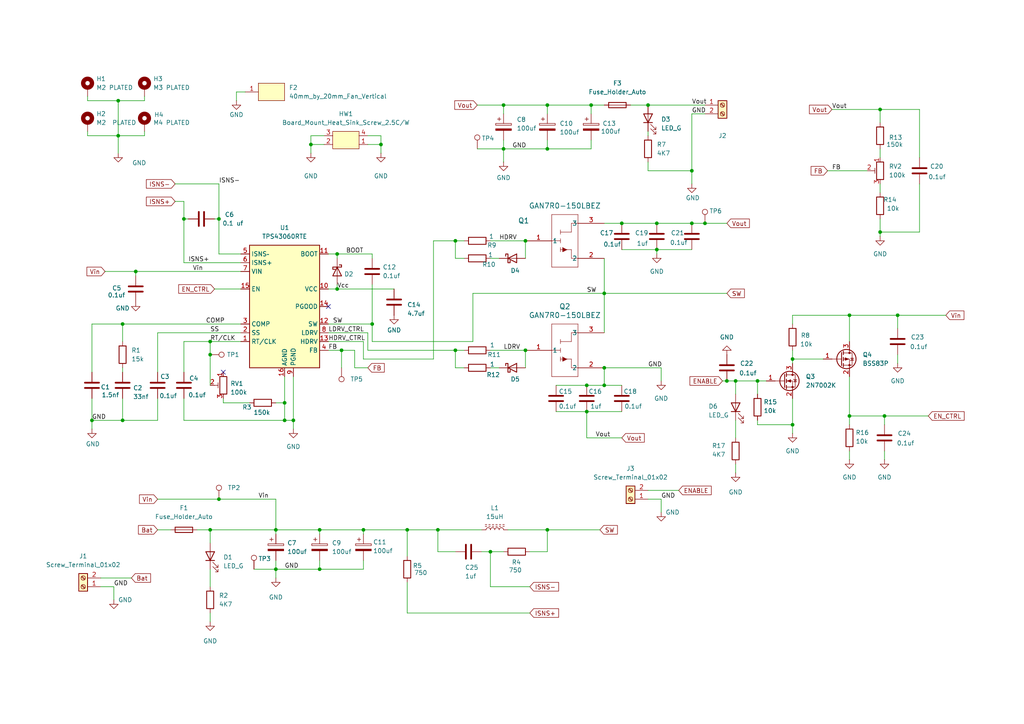
<source format=kicad_sch>
(kicad_sch (version 20231120) (generator "eeschema") (generator_version "8.0")
  (paper "A4")
  (lib_symbols
    (symbol "Connector:Screw_Terminal_01x02" (pin_names (offset 1.016) hide)
      (property "Reference" "J" (at 0 2.54 0))
      (property "Value" "Screw_Terminal_01x02" (at 0 -5.08 0))
      (symbol "Screw_Terminal_01x02_1_1"
        (pin passive line (at -5.08 0 0) (length 3.81) (name "Pin_1") (number "1"))
        (pin passive line (at -5.08 -2.54 0) (length 3.81) (name "Pin_2") (number "2"))
      )
    )
    (symbol "Connector:TestPoint" (pin_numbers hide) (pin_names (offset 0.762) hide)
      (property "Reference" "TP" (at 0 6.858 0))
      (property "Value" "TestPoint" (at 0 5.08 0))
      (symbol "TestPoint_1_1"
        (pin passive line (at 0 0 90) (length 2.54) (name "1") (number "1"))
      )
    )
    (symbol "Converter_DCDC:TPS43060RTE"
      (property "Reference" "U" (at -8.89 19.05 0))
      (property "Value" "TPS43060RTE" (at 6.35 19.05 0))
      (symbol "TPS43060RTE_1_1"
        (pin passive line (at -12.7 -10.16 0) (length 2.54) (name "RT/CLK") (number "1"))
        (pin power_out line (at 12.7 5.08 180) (length 2.54) (name "VCC") (number "10"))
        (pin input line (at 12.7 15.24 180) (length 2.54) (name "BOOT") (number "11"))
        (pin input line (at 12.7 -5.08 180) (length 2.54) (name "SW") (number "12"))
        (pin input line (at 12.7 -10.16 180) (length 2.54) (name "HDRV") (number "13"))
        (pin open_collector line (at 12.7 0 180) (length 2.54) (name "PGOOD") (number "14"))
        (pin passive line (at -12.7 5.08 0) (length 2.54) (name "EN") (number "15"))
        (pin power_in line (at 0 -20.32 90) (length 2.54) (name "AGND") (number "16"))
        (pin passive line (at 0 -20.32 90) (length 2.54) hide (name "AGND") (number "17"))
        (pin passive line (at -12.7 -7.62 0) (length 2.54) (name "SS") (number "2"))
        (pin passive line (at -12.7 -5.08 0) (length 2.54) (name "COMP") (number "3"))
        (pin input line (at 12.7 -12.7 180) (length 2.54) (name "FB") (number "4"))
        (pin input line (at -12.7 15.24 0) (length 2.54) (name "ISNS–") (number "5"))
        (pin input line (at -12.7 12.7 0) (length 2.54) (name "ISNS+") (number "6"))
        (pin power_in line (at -12.7 10.16 0) (length 2.54) (name "VIN") (number "7"))
        (pin output line (at 12.7 -7.62 180) (length 2.54) (name "LDRV") (number "8"))
        (pin power_in line (at 2.54 -20.32 90) (length 2.54) (name "PGND") (number "9"))
      )
    )
    (symbol "Device:C" (pin_numbers hide) (pin_names (offset 0.254))
      (property "Reference" "C" (at 0.635 2.54 0))
      (property "Value" "C" (at 0.635 -2.54 0))
      (symbol "C_1_1"
        (pin passive line (at 0 3.81 270) (length 2.794) (name "~") (number "1"))
        (pin passive line (at 0 -3.81 90) (length 2.794) (name "~") (number "2"))
      )
    )
    (symbol "Device:C_Polarized" (pin_numbers hide) (pin_names (offset 0.254))
      (property "Reference" "C" (at 0.635 2.54 0))
      (property "Value" "C_Polarized" (at 0.635 -2.54 0))
      (symbol "C_Polarized_1_1"
        (pin passive line (at 0 3.81 270) (length 2.794) (name "~") (number "1"))
        (pin passive line (at 0 -3.81 90) (length 2.794) (name "~") (number "2"))
      )
    )
    (symbol "Device:D_Schottky" (pin_numbers hide) (pin_names (offset 1.016) hide)
      (property "Reference" "D" (at 0 2.54 0))
      (property "Value" "D_Schottky" (at 0 -2.54 0))
      (symbol "D_Schottky_1_1"
        (pin passive line (at -3.81 0 0) (length 2.54) (name "K") (number "1"))
        (pin passive line (at 3.81 0 180) (length 2.54) (name "A") (number "2"))
      )
    )
    (symbol "Device:L_Ferrite" (pin_numbers hide) (pin_names (offset 1.016) hide)
      (property "Reference" "L" (at -1.27 0 90))
      (property "Value" "L_Ferrite" (at 2.794 0 90))
      (symbol "L_Ferrite_1_1"
        (pin passive line (at 0 3.81 270) (length 1.27) (name "1") (number "1"))
        (pin passive line (at 0 -3.81 90) (length 1.27) (name "2") (number "2"))
      )
    )
    (symbol "Device:R" (pin_numbers hide) (pin_names (offset 0))
      (property "Reference" "R" (at 2.032 0 90))
      (property "Value" "R" (at 0 0 90))
      (symbol "R_1_1"
        (pin passive line (at 0 3.81 270) (length 1.27) (name "~") (number "1"))
        (pin passive line (at 0 -3.81 90) (length 1.27) (name "~") (number "2"))
      )
    )
    (symbol "Device:R_Potentiometer_Trim" (pin_names (offset 1.016) hide)
      (property "Reference" "RV" (at -4.445 0 90))
      (property "Value" "R_Potentiometer_Trim" (at -2.54 0 90))
      (symbol "R_Potentiometer_Trim_1_1"
        (pin passive line (at 0 3.81 270) (length 1.27) (name "1") (number "1"))
        (pin passive line (at 3.81 0 180) (length 1.27) (name "2") (number "2"))
        (pin passive line (at 0 -3.81 90) (length 1.27) (name "3") (number "3"))
      )
    )
    (symbol "GAN_FET:GAN7R0-150LBEZ" (pin_names (offset 0.254))
      (property "Reference" "Q" (at 10.16 12.7 0))
      (property "Value" "GAN7R0-150LBEZ" (at 10.16 10.16 0))
      (symbol "GAN7R0-150LBEZ_1_1"
        (pin unspecified line (at 0 0 0) (length 7.62) (name "1") (number "1"))
        (pin unspecified line (at 22.86 -5.08 180) (length 7.62) (name "2") (number "2"))
        (pin unspecified line (at 22.86 5.08 180) (length 7.62) (name "3") (number "3"))
      )
    )
    (symbol "Transistor_FET:2N7002K" (pin_names hide)
      (property "Reference" "Q" (at 5.08 1.905 0))
      (property "Value" "2N7002K" (at 5.08 0 0))
      (symbol "2N7002K_1_1"
        (pin input line (at -5.08 0 0) (length 2.54) (name "G") (number "1"))
        (pin passive line (at 2.54 -5.08 90) (length 2.54) (name "S") (number "2"))
        (pin passive line (at 2.54 5.08 270) (length 2.54) (name "D") (number "3"))
      )
    )
    (symbol "Transistor_FET:BSS83P" (pin_names hide)
      (property "Reference" "Q" (at 5.08 1.905 0))
      (property "Value" "BSS83P" (at 5.08 0 0))
      (symbol "BSS83P_1_1"
        (pin input line (at -5.08 0 0) (length 2.54) (name "G") (number "1"))
        (pin passive line (at 2.54 -5.08 90) (length 2.54) (name "S") (number "2"))
        (pin passive line (at 2.54 5.08 270) (length 2.54) (name "D") (number "3"))
      )
    )
    (symbol "e-Zinc_LEDs:LED_G" (pin_numbers hide) (pin_names (offset 1.016) hide)
      (property "Reference" "D" (at 0 2.54 0))
      (property "Value" "LED_G" (at 0 -2.54 0))
      (symbol "LED_G_1_1"
        (pin passive line (at -3.81 0 0) (length 2.54) (name "K") (number "1"))
        (pin passive line (at 3.81 0 180) (length 2.54) (name "A") (number "2"))
      )
    )
    (symbol "e-Zinc_Resistors:4K7" (pin_numbers hide) (pin_names (offset 0))
      (property "Reference" "R" (at 2.032 0 90))
      (property "Value" "4K7" (at 0 0 90))
      (symbol "4K7_1_1"
        (pin passive line (at 0 3.81 270) (length 1.27) (name "~") (number "1"))
        (pin passive line (at 0 -3.81 90) (length 1.27) (name "~") (number "2"))
      )
    )
    (symbol "e-Zinc_fuses:Fuse_Holder_Auto" (pin_numbers hide) (pin_names (offset 0))
      (property "Reference" "F" (at 2.032 0 90))
      (property "Value" "Fuse_Holder_Auto" (at -1.905 0 90))
      (symbol "Fuse_Holder_Auto_1_1"
        (pin passive line (at 0 3.81 270) (length 1.27) (name "~") (number "1"))
        (pin passive line (at 0 -3.81 90) (length 1.27) (name "~") (number "2"))
      )
    )
    (symbol "e-zinc_misc:40mm_by_40mm_Fan_Mount_Vertical" (pin_names (offset 1.016))
      (property "Reference" "F" (at 0 3.81 0))
      (property "Value" "40mm_by_20mm_Fan_Vertical" (at 0 -3.81 0))
      (symbol "40mm_by_40mm_Fan_Mount_Vertical_1_1"
        (pin passive line (at -7.62 0 0) (length 3.81) (name "") (number "1"))
      )
    )
    (symbol "e-zinc_misc:Board_Mount_Heat_Sink_Screw_2.5C/W" (pin_names (offset 1.016)) (on_board no)
      (property "Reference" "HW" (at 0 3.81 0))
      (property "Value" "Board_Mount_Heat_Sink_Screw_2.5C/W" (at 0 -3.556 0))
      (symbol "Board_Mount_Heat_Sink_Screw_2.5C/W_1_1"
        (pin passive line (at 6.35 -1.27 180) (length 2.54) (name "") (number "1"))
        (pin passive line (at -6.35 -1.27 0) (length 2.54) (name "") (number "2"))
        (pin passive line (at -6.35 1.27 0) (length 2.54) (name "") (number "3"))
        (pin passive line (at 6.35 1.27 180) (length 2.54) (name "") (number "4"))
      )
    )
    (symbol "e-zinc_misc:M4 PLATED" (pin_numbers hide) (pin_names (offset 1.016) hide) (in_bom no)
      (property "Reference" "H" (at 0 6.35 0))
      (property "Value" "M4 PLATED" (at 0 4.445 0))
      (symbol "M4 PLATED_1_1"
        (pin input line (at 0 -2.54 90) (length 2.54) (name "1") (number "1"))
      )
    )
    (symbol "power:GND" (power) (pin_numbers hide) (pin_names (offset 0) hide)
      (property "Value" "GND" (at 0 -3.81 0))
      (symbol "GND_1_1"
        (pin power_in line (at 0 0 270) (length 0) (name "~") (number "1"))
      )
    )
  )
  (junction (at 152.4 101.6))
  (junction (at 92.71 165.1))
  (junction (at 92.71 153.67))
  (junction (at 256.54 120.65))
  (junction (at 190.5 72.39))
  (junction (at 255.27 67.31))
  (junction (at 60.96 102.87))
  (junction (at 35.56 93.98))
  (junction (at 146.05 43.18))
  (junction (at 146.05 30.48))
  (junction (at 35.56 121.92))
  (junction (at 132.08 101.6))
  (junction (at 170.18 119.38))
  (junction (at 213.36 110.49))
  (junction (at 210.82 110.49))
  (junction (at 99.06 101.6))
  (junction (at 175.26 111.76))
  (junction (at 142.24 160.02))
  (junction (at 170.18 111.76))
  (junction (at 229.87 123.19))
  (junction (at 97.79 83.82))
  (junction (at 107.95 93.98))
  (junction (at 187.96 30.48))
  (junction (at 63.5 63.5))
  (junction (at 190.5 64.77))
  (junction (at 158.75 43.18))
  (junction (at 219.71 110.49))
  (junction (at 175.26 85.09))
  (junction (at 82.55 116.84))
  (junction (at 171.45 30.48))
  (junction (at 39.37 78.74))
  (junction (at 127 153.67))
  (junction (at 34.29 29.21))
  (junction (at 200.66 64.77))
  (junction (at 175.26 106.68))
  (junction (at 200.66 49.53))
  (junction (at 255.27 31.75))
  (junction (at 85.09 121.92))
  (junction (at 53.34 63.5))
  (junction (at 110.49 41.91))
  (junction (at 158.75 153.67))
  (junction (at 90.17 41.91))
  (junction (at 80.01 153.67))
  (junction (at 118.11 153.67))
  (junction (at 60.96 153.67))
  (junction (at 105.41 153.67))
  (junction (at 82.55 121.92))
  (junction (at 152.4 69.85))
  (junction (at 246.38 120.65))
  (junction (at 180.34 64.77))
  (junction (at 158.75 30.48))
  (junction (at 246.38 91.44))
  (junction (at 229.87 104.14))
  (junction (at 80.01 165.1))
  (junction (at 63.5 144.78))
  (junction (at 97.79 73.66))
  (junction (at 260.35 91.44))
  (junction (at 34.29 39.37))
  (junction (at 204.47 64.77))
  (junction (at 132.08 69.85))
  (junction (at 26.67 121.92))
  (junction (at 60.96 99.06))
  (no_connect (at 64.77 107.95))
  (no_connect (at 95.25 88.9))
  (wire (pts (xy 266.7 67.31) (xy 266.7 53.34)))
  (wire (pts (xy 102.87 106.68) (xy 102.87 101.6)))
  (wire (pts (xy 110.49 39.37) (xy 110.49 41.91)))
  (wire (pts (xy 95.25 99.06) (xy 105.41 99.06)))
  (wire (pts (xy 134.62 74.93) (xy 132.08 74.93)))
  (wire (pts (xy 153.67 170.18) (xy 142.24 170.18)))
  (wire (pts (xy 134.62 106.68) (xy 132.08 106.68)))
  (wire (pts (xy 146.05 30.48) (xy 158.75 30.48)))
  (wire (pts (xy 187.96 38.1) (xy 187.96 39.37)))
  (wire (pts (xy 241.3 31.75) (xy 255.27 31.75)))
  (wire (pts (xy 95.25 96.52) (xy 106.68 96.52)))
  (wire (pts (xy 118.11 168.91) (xy 118.11 177.8)))
  (wire (pts (xy 246.38 120.65) (xy 256.54 120.65)))
  (wire (pts (xy 41.91 27.94) (xy 41.91 29.21)))
  (wire (pts (xy 97.79 82.55) (xy 97.79 83.82)))
  (wire (pts (xy 229.87 104.14) (xy 238.76 104.14)))
  (wire (pts (xy 152.4 69.85) (xy 152.4 74.93)))
  (wire (pts (xy 107.95 82.55) (xy 107.95 93.98)))
  (wire (pts (xy 105.41 153.67) (xy 105.41 154.94)))
  (wire (pts (xy 29.21 170.18) (xy 33.02 170.18)))
  (wire (pts (xy 255.27 35.56) (xy 255.27 31.75)))
  (wire (pts (xy 53.34 99.06) (xy 53.34 107.95)))
  (wire (pts (xy 146.05 40.64) (xy 146.05 43.18)))
  (wire (pts (xy 255.27 67.31) (xy 266.7 67.31)))
  (wire (pts (xy 152.4 101.6) (xy 152.4 106.68)))
  (wire (pts (xy 171.45 30.48) (xy 171.45 33.02)))
  (wire (pts (xy 256.54 120.65) (xy 269.24 120.65)))
  (wire (pts (xy 35.56 121.92) (xy 45.72 121.92)))
  (wire (pts (xy 35.56 93.98) (xy 69.85 93.98)))
  (wire (pts (xy 256.54 120.65) (xy 256.54 123.19)))
  (wire (pts (xy 25.4 39.37) (xy 25.4 38.1)))
  (wire (pts (xy 85.09 109.22) (xy 85.09 121.92)))
  (wire (pts (xy 64.77 115.57) (xy 64.77 116.84)))
  (wire (pts (xy 260.35 91.44) (xy 274.32 91.44)))
  (wire (pts (xy 246.38 130.81) (xy 246.38 133.35)))
  (wire (pts (xy 213.36 134.62) (xy 213.36 137.16)))
  (wire (pts (xy 85.09 124.46) (xy 85.09 121.92)))
  (wire (pts (xy 125.73 104.14) (xy 125.73 69.85)))
  (wire (pts (xy 35.56 115.57) (xy 35.56 121.92)))
  (wire (pts (xy 97.79 83.82) (xy 95.25 83.82)))
  (wire (pts (xy 153.67 160.02) (xy 158.75 160.02)))
  (wire (pts (xy 142.24 69.85) (xy 152.4 69.85)))
  (wire (pts (xy 132.08 69.85) (xy 132.08 74.93)))
  (wire (pts (xy 229.87 101.6) (xy 229.87 104.14)))
  (wire (pts (xy 137.16 99.06) (xy 137.16 85.09)))
  (wire (pts (xy 53.34 115.57) (xy 53.34 121.92)))
  (wire (pts (xy 97.79 73.66) (xy 107.95 73.66)))
  (wire (pts (xy 260.35 105.41) (xy 260.35 102.87)))
  (wire (pts (xy 171.45 40.64) (xy 171.45 43.18)))
  (wire (pts (xy 191.77 106.68) (xy 191.77 110.49)))
  (wire (pts (xy 182.88 30.48) (xy 187.96 30.48)))
  (wire (pts (xy 63.5 53.34) (xy 63.5 63.5)))
  (wire (pts (xy 63.5 63.5) (xy 63.5 73.66)))
  (wire (pts (xy 175.26 74.93) (xy 175.26 85.09)))
  (wire (pts (xy 229.87 91.44) (xy 246.38 91.44)))
  (wire (pts (xy 142.24 170.18) (xy 142.24 160.02)))
  (wire (pts (xy 175.26 85.09) (xy 210.82 85.09)))
  (wire (pts (xy 80.01 144.78) (xy 80.01 153.67)))
  (wire (pts (xy 180.34 64.77) (xy 190.5 64.77)))
  (wire (pts (xy 190.5 72.39) (xy 190.5 73.66)))
  (wire (pts (xy 138.43 30.48) (xy 146.05 30.48)))
  (wire (pts (xy 146.05 43.18) (xy 146.05 46.99)))
  (wire (pts (xy 63.5 144.78) (xy 80.01 144.78)))
  (wire (pts (xy 106.68 41.91) (xy 110.49 41.91)))
  (wire (pts (xy 105.41 153.67) (xy 118.11 153.67)))
  (wire (pts (xy 97.79 83.82) (xy 114.3 83.82)))
  (wire (pts (xy 146.05 30.48) (xy 146.05 33.02)))
  (wire (pts (xy 99.06 106.68) (xy 99.06 101.6)))
  (wire (pts (xy 41.91 39.37) (xy 34.29 39.37)))
  (wire (pts (xy 93.98 39.37) (xy 90.17 39.37)))
  (wire (pts (xy 39.37 78.74) (xy 69.85 78.74)))
  (wire (pts (xy 229.87 123.19) (xy 219.71 123.19)))
  (wire (pts (xy 95.25 93.98) (xy 107.95 93.98)))
  (wire (pts (xy 134.62 69.85) (xy 132.08 69.85)))
  (wire (pts (xy 219.71 110.49) (xy 222.25 110.49)))
  (wire (pts (xy 50.8 53.34) (xy 63.5 53.34)))
  (wire (pts (xy 209.55 110.49) (xy 210.82 110.49)))
  (wire (pts (xy 175.26 106.68) (xy 191.77 106.68)))
  (wire (pts (xy 158.75 40.64) (xy 158.75 43.18)))
  (wire (pts (xy 106.68 96.52) (xy 106.68 101.6)))
  (wire (pts (xy 35.56 106.68) (xy 35.56 107.95)))
  (wire (pts (xy 92.71 165.1) (xy 105.41 165.1)))
  (wire (pts (xy 180.34 72.39) (xy 190.5 72.39)))
  (wire (pts (xy 170.18 127) (xy 180.34 127)))
  (wire (pts (xy 170.18 111.76) (xy 175.26 111.76)))
  (wire (pts (xy 175.26 111.76) (xy 180.34 111.76)))
  (wire (pts (xy 219.71 123.19) (xy 219.71 121.92)))
  (wire (pts (xy 107.95 93.98) (xy 107.95 99.06)))
  (wire (pts (xy 191.77 144.78) (xy 191.77 148.59)))
  (wire (pts (xy 93.98 41.91) (xy 90.17 41.91)))
  (wire (pts (xy 219.71 110.49) (xy 219.71 114.3)))
  (wire (pts (xy 64.77 116.84) (xy 72.39 116.84)))
  (wire (pts (xy 161.29 119.38) (xy 170.18 119.38)))
  (wire (pts (xy 142.24 160.02) (xy 146.05 160.02)))
  (wire (pts (xy 187.96 46.99) (xy 187.96 49.53)))
  (wire (pts (xy 73.66 165.1) (xy 80.01 165.1)))
  (wire (pts (xy 82.55 121.92) (xy 85.09 121.92)))
  (wire (pts (xy 110.49 41.91) (xy 110.49 44.45)))
  (wire (pts (xy 142.24 101.6) (xy 152.4 101.6)))
  (wire (pts (xy 107.95 99.06) (xy 137.16 99.06)))
  (wire (pts (xy 26.67 124.46) (xy 26.67 121.92)))
  (wire (pts (xy 106.68 39.37) (xy 110.49 39.37)))
  (wire (pts (xy 127 160.02) (xy 132.08 160.02)))
  (wire (pts (xy 187.96 142.24) (xy 196.85 142.24)))
  (wire (pts (xy 53.34 99.06) (xy 60.96 99.06)))
  (wire (pts (xy 246.38 91.44) (xy 246.38 99.06)))
  (wire (pts (xy 92.71 165.1) (xy 92.71 162.56)))
  (wire (pts (xy 69.85 73.66) (xy 63.5 73.66)))
  (wire (pts (xy 246.38 120.65) (xy 246.38 123.19)))
  (wire (pts (xy 127 153.67) (xy 139.7 153.67)))
  (wire (pts (xy 99.06 101.6) (xy 102.87 101.6)))
  (wire (pts (xy 142.24 74.93) (xy 144.78 74.93)))
  (wire (pts (xy 118.11 153.67) (xy 118.11 161.29)))
  (wire (pts (xy 33.02 170.18) (xy 33.02 173.99)))
  (wire (pts (xy 204.47 64.77) (xy 210.82 64.77)))
  (wire (pts (xy 171.45 30.48) (xy 175.26 30.48)))
  (wire (pts (xy 125.73 69.85) (xy 132.08 69.85)))
  (wire (pts (xy 210.82 110.49) (xy 213.36 110.49)))
  (wire (pts (xy 105.41 99.06) (xy 105.41 104.14)))
  (wire (pts (xy 53.34 63.5) (xy 53.34 76.2)))
  (wire (pts (xy 229.87 91.44) (xy 229.87 93.98)))
  (wire (pts (xy 187.96 30.48) (xy 204.47 30.48)))
  (wire (pts (xy 200.66 64.77) (xy 204.47 64.77)))
  (wire (pts (xy 187.96 49.53) (xy 200.66 49.53)))
  (wire (pts (xy 105.41 162.56) (xy 105.41 165.1)))
  (wire (pts (xy 175.26 64.77) (xy 180.34 64.77)))
  (wire (pts (xy 90.17 39.37) (xy 90.17 41.91)))
  (wire (pts (xy 80.01 167.64) (xy 80.01 165.1)))
  (wire (pts (xy 45.72 153.67) (xy 49.53 153.67)))
  (wire (pts (xy 45.72 96.52) (xy 69.85 96.52)))
  (wire (pts (xy 260.35 91.44) (xy 260.35 95.25)))
  (wire (pts (xy 158.75 30.48) (xy 158.75 33.02)))
  (wire (pts (xy 57.15 153.67) (xy 60.96 153.67)))
  (wire (pts (xy 80.01 165.1) (xy 92.71 165.1)))
  (wire (pts (xy 229.87 125.73) (xy 229.87 123.19)))
  (wire (pts (xy 80.01 154.94) (xy 80.01 153.67)))
  (wire (pts (xy 34.29 29.21) (xy 25.4 29.21)))
  (wire (pts (xy 105.41 153.67) (xy 92.71 153.67)))
  (wire (pts (xy 146.05 43.18) (xy 158.75 43.18)))
  (wire (pts (xy 45.72 115.57) (xy 45.72 121.92)))
  (wire (pts (xy 255.27 31.75) (xy 266.7 31.75)))
  (wire (pts (xy 80.01 153.67) (xy 92.71 153.67)))
  (wire (pts (xy 53.34 58.42) (xy 53.34 63.5)))
  (wire (pts (xy 60.96 99.06) (xy 60.96 102.87)))
  (wire (pts (xy 35.56 93.98) (xy 35.56 99.06)))
  (wire (pts (xy 213.36 110.49) (xy 219.71 110.49)))
  (wire (pts (xy 60.96 157.48) (xy 60.96 153.67)))
  (wire (pts (xy 118.11 153.67) (xy 127 153.67)))
  (wire (pts (xy 190.5 64.77) (xy 200.66 64.77)))
  (wire (pts (xy 45.72 96.52) (xy 45.72 107.95)))
  (wire (pts (xy 102.87 106.68) (xy 106.68 106.68)))
  (wire (pts (xy 240.03 49.53) (xy 251.46 49.53)))
  (wire (pts (xy 132.08 101.6) (xy 132.08 106.68)))
  (wire (pts (xy 139.7 160.02) (xy 142.24 160.02)))
  (wire (pts (xy 158.75 30.48) (xy 171.45 30.48)))
  (wire (pts (xy 68.58 26.67) (xy 68.58 29.21)))
  (wire (pts (xy 246.38 109.22) (xy 246.38 120.65)))
  (wire (pts (xy 26.67 121.92) (xy 35.56 121.92)))
  (wire (pts (xy 190.5 72.39) (xy 200.66 72.39)))
  (wire (pts (xy 134.62 101.6) (xy 132.08 101.6)))
  (wire (pts (xy 255.27 53.34) (xy 255.27 55.88)))
  (wire (pts (xy 158.75 43.18) (xy 171.45 43.18)))
  (wire (pts (xy 127 160.02) (xy 127 153.67)))
  (wire (pts (xy 142.24 106.68) (xy 144.78 106.68)))
  (wire (pts (xy 213.36 121.92) (xy 213.36 127)))
  (wire (pts (xy 50.8 58.42) (xy 53.34 58.42)))
  (wire (pts (xy 60.96 102.87) (xy 60.96 111.76)))
  (wire (pts (xy 35.56 93.98) (xy 26.67 93.98)))
  (wire (pts (xy 137.16 85.09) (xy 175.26 85.09)))
  (wire (pts (xy 25.4 39.37) (xy 34.29 39.37)))
  (wire (pts (xy 41.91 38.1) (xy 41.91 39.37)))
  (wire (pts (xy 170.18 119.38) (xy 170.18 127)))
  (wire (pts (xy 147.32 153.67) (xy 158.75 153.67)))
  (wire (pts (xy 266.7 31.75) (xy 266.7 45.72)))
  (wire (pts (xy 200.66 33.02) (xy 204.47 33.02)))
  (wire (pts (xy 200.66 49.53) (xy 200.66 53.34)))
  (wire (pts (xy 90.17 41.91) (xy 90.17 44.45)))
  (wire (pts (xy 26.67 93.98) (xy 26.67 107.95)))
  (wire (pts (xy 41.91 29.21) (xy 34.29 29.21)))
  (wire (pts (xy 53.34 63.5) (xy 54.61 63.5)))
  (wire (pts (xy 200.66 33.02) (xy 200.66 49.53)))
  (wire (pts (xy 92.71 153.67) (xy 92.71 154.94)))
  (wire (pts (xy 105.41 104.14) (xy 125.73 104.14)))
  (wire (pts (xy 175.26 85.09) (xy 175.26 96.52)))
  (wire (pts (xy 158.75 153.67) (xy 173.99 153.67)))
  (wire (pts (xy 39.37 80.01) (xy 39.37 78.74)))
  (wire (pts (xy 97.79 73.66) (xy 97.79 74.93)))
  (wire (pts (xy 229.87 104.14) (xy 229.87 105.41)))
  (wire (pts (xy 80.01 116.84) (xy 82.55 116.84)))
  (wire (pts (xy 53.34 121.92) (xy 82.55 121.92)))
  (wire (pts (xy 25.4 29.21) (xy 25.4 27.94)))
  (wire (pts (xy 60.96 153.67) (xy 80.01 153.67)))
  (wire (pts (xy 62.23 63.5) (xy 63.5 63.5)))
  (wire (pts (xy 118.11 177.8) (xy 153.67 177.8)))
  (wire (pts (xy 68.58 26.67) (xy 71.12 26.67)))
  (wire (pts (xy 246.38 91.44) (xy 260.35 91.44)))
  (wire (pts (xy 106.68 101.6) (xy 132.08 101.6)))
  (wire (pts (xy 82.55 109.22) (xy 82.55 116.84)))
  (wire (pts (xy 138.43 43.18) (xy 146.05 43.18)))
  (wire (pts (xy 255.27 63.5) (xy 255.27 67.31)))
  (wire (pts (xy 34.29 29.21) (xy 34.29 39.37)))
  (wire (pts (xy 158.75 160.02) (xy 158.75 153.67)))
  (wire (pts (xy 170.18 119.38) (xy 180.34 119.38)))
  (wire (pts (xy 80.01 162.56) (xy 80.01 165.1)))
  (wire (pts (xy 34.29 39.37) (xy 34.29 44.45)))
  (wire (pts (xy 229.87 115.57) (xy 229.87 123.19)))
  (wire (pts (xy 26.67 115.57) (xy 26.67 121.92)))
  (wire (pts (xy 213.36 114.3) (xy 213.36 110.49)))
  (wire (pts (xy 255.27 67.31) (xy 255.27 68.58)))
  (wire (pts (xy 95.25 101.6) (xy 99.06 101.6)))
  (wire (pts (xy 62.23 83.82) (xy 69.85 83.82)))
  (wire (pts (xy 45.72 144.78) (xy 63.5 144.78)))
  (wire (pts (xy 60.96 165.1) (xy 60.96 170.18)))
  (wire (pts (xy 256.54 130.81) (xy 256.54 133.35)))
  (wire (pts (xy 95.25 73.66) (xy 97.79 73.66)))
  (wire (pts (xy 82.55 116.84) (xy 82.55 121.92)))
  (wire (pts (xy 107.95 73.66) (xy 107.95 74.93)))
  (wire (pts (xy 161.29 111.76) (xy 170.18 111.76)))
  (wire (pts (xy 29.21 167.64) (xy 38.1 167.64)))
  (wire (pts (xy 53.34 76.2) (xy 69.85 76.2)))
  (wire (pts (xy 187.96 144.78) (xy 191.77 144.78)))
  (wire (pts (xy 255.27 43.18) (xy 255.27 45.72)))
  (wire (pts (xy 175.26 106.68) (xy 175.26 111.76)))
  (wire (pts (xy 60.96 99.06) (xy 69.85 99.06)))
  (wire (pts (xy 30.48 78.74) (xy 39.37 78.74)))
  (wire (pts (xy 60.96 177.8) (xy 60.96 180.34)))
  (label "GND" (at 200.66 33.02 0))
  (label "Vout" (at 200.66 30.48 0))
  (label "RT{slash}CLK" (at 60.96 99.06 0))
  (label "Vcc" (at 97.79 83.82 0))
  (label "SW" (at 170.18 85.09 0))
  (label "SW" (at 96.52 93.98 0))
  (label "ISNS-" (at 63.5 53.34 0))
  (label "Vin" (at 55.88 78.74 0))
  (label "LDRV_CTRL" (at 95.25 96.52 0))
  (label "Vin" (at 74.93 144.78 0))
  (label "GND" (at 191.77 144.78 0))
  (label "GND" (at 82.55 165.1 0))
  (label "SS" (at 60.96 96.52 0))
  (label "GND" (at 187.96 106.68 0))
  (label "BOOT" (at 100.33 73.66 0))
  (label "HDRV_CTRL" (at 95.25 99.06 0))
  (label "GND" (at 148.59 43.18 0))
  (label "HDRV" (at 144.78 69.85 0))
  (label "ISNS+" (at 54.61 76.2 0))
  (label "Vout" (at 172.72 127 0))
  (label "LDRV" (at 146.05 101.6 0))
  (label "GND" (at 26.67 121.92 0))
  (label "COMP" (at 59.69 93.98 0))
  (label "FB" (at 241.3 49.53 0))
  (label "GND" (at 33.02 170.18 0))
  (label "FB" (at 95.25 101.6 0))
  (label "Vout" (at 241.3 31.75 0))
  (global_label "Bat" (shape input) (at 45.72 153.67 180) (property "Intersheetrefs" "${INTERSHEET_REFS}" (effects (hide yes))))
  (global_label "Vout" (shape input) (at 138.43 30.48 180) (property "Intersheetrefs" "${INTERSHEET_REFS}" (effects (hide yes))))
  (global_label "ISNS-" (shape input) (at 153.67 170.18 0) (property "Intersheetrefs" "${INTERSHEET_REFS}" (effects (hide yes))))
  (global_label "Vout" (shape input) (at 241.3 31.75 180) (property "Intersheetrefs" "${INTERSHEET_REFS}" (effects (hide yes))))
  (global_label "EN_CTRL" (shape input) (at 269.24 120.65 0) (property "Intersheetrefs" "${INTERSHEET_REFS}" (effects (hide yes))))
  (global_label "SW" (shape input) (at 173.99 153.67 0) (property "Intersheetrefs" "${INTERSHEET_REFS}" (effects (hide yes))))
  (global_label "ENABLE" (shape input) (at 196.85 142.24 0) (property "Intersheetrefs" "${INTERSHEET_REFS}" (effects (hide yes))))
  (global_label "Vout" (shape input) (at 210.82 64.77 0) (property "Intersheetrefs" "${INTERSHEET_REFS}" (effects (hide yes))))
  (global_label "Vout" (shape input) (at 180.34 127 0) (property "Intersheetrefs" "${INTERSHEET_REFS}" (effects (hide yes))))
  (global_label "ISNS+" (shape input) (at 50.8 58.42 180) (property "Intersheetrefs" "${INTERSHEET_REFS}" (effects (hide yes))))
  (global_label "EN_CTRL" (shape input) (at 62.23 83.82 180) (property "Intersheetrefs" "${INTERSHEET_REFS}" (effects (hide yes))))
  (global_label "Bat" (shape input) (at 38.1 167.64 0) (property "Intersheetrefs" "${INTERSHEET_REFS}" (effects (hide yes))))
  (global_label "Vin" (shape input) (at 274.32 91.44 0) (property "Intersheetrefs" "${INTERSHEET_REFS}" (effects (hide yes))))
  (global_label "Vin" (shape input) (at 45.72 144.78 180) (property "Intersheetrefs" "${INTERSHEET_REFS}" (effects (hide yes))))
  (global_label "SW" (shape input) (at 210.82 85.09 0) (property "Intersheetrefs" "${INTERSHEET_REFS}" (effects (hide yes))))
  (global_label "ISNS-" (shape input) (at 50.8 53.34 180) (property "Intersheetrefs" "${INTERSHEET_REFS}" (effects (hide yes))))
  (global_label "Vin" (shape input) (at 30.48 78.74 180) (property "Intersheetrefs" "${INTERSHEET_REFS}" (effects (hide yes))))
  (global_label "ENABLE" (shape input) (at 209.55 110.49 180) (property "Intersheetrefs" "${INTERSHEET_REFS}" (effects (hide yes))))
  (global_label "FB" (shape input) (at 106.68 106.68 0) (property "Intersheetrefs" "${INTERSHEET_REFS}" (effects (hide yes))))
  (global_label "FB" (shape input) (at 240.03 49.53 180) (property "Intersheetrefs" "${INTERSHEET_REFS}" (effects (hide yes))))
  (global_label "ISNS+" (shape input) (at 153.67 177.8 0) (property "Intersheetrefs" "${INTERSHEET_REFS}" (effects (hide yes))))
  (symbol (lib_id "e-zinc_misc:M4 PLATED") (at 25.4 25.4 0) (unit 1) (in_bom no)
    (property "Reference" "H1" (at 27.94 22.8599 0) (effects (justify left)))
    (property "Value" "M2 PLATED" (at 27.94 25.3999 0) (effects (justify left)))
    (property "Footprint" "rsx_misc:MountingHole_4.5mm_Pad_Via" (effects (hide yes)))
    (property "Description" "Mounting Hole with connection M4" (effects (hide yes)))
  )
  (symbol (lib_id "Device:R") (at 149.86 160.02 90) (unit 1)
    (property "Reference" "R4" (at 151.13 163.068 90) (effects (justify left)))
    (property "Value" "750" (at 151.384 165.354 90) (effects (justify left)))
    (property "Footprint" "rsx_resistors:R_0603_1608Metric" (effects (hide yes)))
    (property "Description" "Resistor" (effects (hide yes)))
  )
  (symbol (lib_id "Device:R") (at 229.87 97.79 180) (unit 1)
    (property "Reference" "R8" (at 234.95 97.282 0) (effects (justify left)))
    (property "Value" "10k" (at 235.712 99.822 0) (effects (justify left)))
    (property "Footprint" "rsx_resistors:R_0603_1608Metric" (effects (hide yes)))
    (property "Description" "Resistor" (effects (hide yes)))
  )
  (symbol (lib_id "e-Zinc_LEDs:LED_G") (at 60.96 161.29 90) (unit 1)
    (property "Reference" "D1" (at 64.77 161.6074 90) (effects (justify right)))
    (property "Value" "LED_G" (at 64.77 164.1474 90) (effects (justify right)))
    (property "Footprint" "rsx_leds:LED_0805_2012Metric" (effects (hide yes)))
    (property "Description" "LED GREEN CLEAR SMD" (effects (hide yes)))
    (property "MFR" "Lite-On Inc." (effects (hide yes)))
    (property "DPN" "160-1179-1-ND" (effects (hide yes)))
    (property "MPN" "LTST-C170GKT" (effects (hide yes)))
  )
  (symbol (lib_id "e-Zinc_fuses:Fuse_Holder_Auto") (at 179.07 30.48 90) (unit 1)
    (property "Reference" "F3" (at 179.07 24.13 90))
    (property "Value" "Fuse_Holder_Auto" (at 179.07 26.67 90))
    (property "Footprint" "rsx_fuses:FUSE_3568-10" (effects (hide yes)))
    (property "Description" "Fuse Holder 30 A 500V 1 Circuit Blade Through Hole" (effects (hide yes)))
    (property "MFR" "Keystone Electronics" (effects (hide yes)))
    (property "DPN" "36-3568-10-ND" (effects (hide yes)))
    (property "MPN" "3568-10" (effects (hide yes)))
  )
  (symbol (lib_id "Device:C") (at 26.67 111.76 0) (unit 1)
    (property "Reference" "C1" (at 29.21 112.268 0) (effects (justify left)))
    (property "Value" "1.5nf" (at 29.464 114.554 0) (effects (justify left)))
    (property "Footprint" "rsx_capacitors:C_0603_1608Metric" (effects (hide yes)))
    (property "Description" "Unpolarized capacitor" (effects (hide yes)))
  )
  (symbol (lib_id "power:GND") (at 190.5 73.66 0) (unit 1)
    (property "Reference" "#PWR015" (effects (hide yes)))
    (property "Value" "GND" (at 190.5 78.74 0))
    (property "Description" "Power symbol creates a global label with name \"GND\" , ground" (effects (hide yes)))
  )
  (symbol (lib_id "Device:C_Polarized") (at 105.41 158.75 0) (unit 1)
    (property "Reference" "C11" (at 108.204 157.226 0) (effects (justify left)))
    (property "Value" "100uf" (at 108.204 159.766 0) (effects (justify left)))
    (property "Footprint" "Capacitor_SMD:CP_Elec_6.3x7.7" (effects (hide yes)))
    (property "Description" "Polarized capacitor" (effects (hide yes)))
  )
  (symbol (lib_id "Device:R") (at 138.43 101.6 90) (unit 1)
    (property "Reference" "R11" (at 145.288 102.87 90) (effects (justify left)))
    (property "Value" "1" (at 143.51 100.076 90) (effects (justify left)))
    (property "Footprint" "rsx_resistors:R_0603_1608Metric" (effects (hide yes)))
    (property "Description" "Resistor" (effects (hide yes)))
  )
  (symbol (lib_id "power:GND") (at 90.17 44.45 0) (unit 1)
    (property "Reference" "#PWR010" (effects (hide yes)))
    (property "Value" "GND" (at 90.17 51.054 0))
    (property "Description" "Power symbol creates a global label with name \"GND\" , ground" (effects (hide yes)))
  )
  (symbol (lib_id "Device:C") (at 45.72 111.76 0) (unit 1)
    (property "Reference" "C3" (at 46.482 109.22 0) (effects (justify left)))
    (property "Value" "0.1uf" (at 46.228 114.808 0) (effects (justify left)))
    (property "Footprint" "rsx_capacitors:C_0603_1608Metric" (effects (hide yes)))
    (property "Description" "Unpolarized capacitor" (effects (hide yes)))
  )
  (symbol (lib_id "power:GND") (at 146.05 46.99 0) (unit 1)
    (property "Reference" "#PWR08" (effects (hide yes)))
    (property "Value" "GND" (at 146.05 51.562 0))
    (property "Description" "Power symbol creates a global label with name \"GND\" , ground" (effects (hide yes)))
  )
  (symbol (lib_id "power:GND") (at 68.58 29.21 0) (unit 1)
    (property "Reference" "#PWR04" (effects (hide yes)))
    (property "Value" "GND" (at 68.58 33.274 0))
    (property "Description" "Power symbol creates a global label with name \"GND\" , ground" (effects (hide yes)))
  )
  (symbol (lib_id "Transistor_FET:BSS83P") (at 243.84 104.14 0) (unit 1)
    (property "Reference" "Q4" (at 250.19 102.8699 0) (effects (justify left)))
    (property "Value" "BSS83P" (at 250.19 105.4099 0) (effects (justify left)))
    (property "Footprint" "rsx_packages_TO_SOT:SOT-23" (effects (hide yes)))
    (property "Datasheet" "http://www.farnell.com/datasheets/1835997.pdf" (effects (hide yes)))
    (property "Description" "-0.33A Id, -60V Vds, P-Channel MOSFET, SOT-23" (effects (hide yes)))
  )
  (symbol (lib_id "e-zinc_misc:40mm_by_40mm_Fan_Mount_Vertical") (at 78.74 26.67 0) (unit 1)
    (property "Reference" "F2" (at 83.82 25.3999 0) (effects (justify left)))
    (property "Value" "40mm_by_20mm_Fan_Vertical" (at 83.82 27.9399 0) (effects (justify left)))
    (property "Footprint" "rsx_misc:40mmFan" (effects (hide yes)))
    (property "Description" "FAN AXIAL 40X20MM 12VDC WIRE" (effects (hide yes)))
    (property "DPN" "603-1681-ND" (effects (hide yes)))
    (property "MPN" "THA0412AD" (effects (hide yes)))
  )
  (symbol (lib_id "power:GND") (at 26.67 124.46 0) (unit 1)
    (property "Reference" "#PWR02" (effects (hide yes)))
    (property "Value" "GND" (at 26.924 128.778 0))
    (property "Description" "Power symbol creates a global label with name \"GND\" , ground" (effects (hide yes)))
  )
  (symbol (lib_id "e-Zinc_Resistors:4K7") (at 60.96 173.99 0) (unit 1)
    (property "Reference" "R2" (at 63.5 172.7199 0) (effects (justify left)))
    (property "Value" "4K7" (at 63.5 175.2599 0) (effects (justify left)))
    (property "Footprint" "rsx_resistors:R_0603_1608Metric" (effects (hide yes)))
    (property "Description" "RES 4.7K OHM 1% 1/10W 0603" (effects (hide yes)))
    (property "MFR" "Stackpole Electronics Inc" (effects (hide yes)))
    (property "DPN" "RMCF0603FT4K70CT-ND" (effects (hide yes)))
    (property "MPN" "RMCF0603FT4K70" (effects (hide yes)))
  )
  (symbol (lib_id "power:GND") (at 39.37 87.63 0) (unit 1)
    (property "Reference" "#PWR05" (effects (hide yes)))
    (property "Value" "GND" (at 35.56 89.408 0))
    (property "Description" "Power symbol creates a global label with name \"GND\" , ground" (effects (hide yes)))
  )
  (symbol (lib_id "power:GND") (at 246.38 133.35 0) (unit 1)
    (property "Reference" "#PWR020" (effects (hide yes)))
    (property "Value" "GND" (at 246.38 138.43 0))
    (property "Description" "Power symbol creates a global label with name \"GND\" , ground" (effects (hide yes)))
  )
  (symbol (lib_id "power:GND") (at 256.54 133.35 0) (unit 1)
    (property "Reference" "#PWR021" (effects (hide yes)))
    (property "Value" "GND" (at 256.54 138.43 0))
    (property "Description" "Power symbol creates a global label with name \"GND\" , ground" (effects (hide yes)))
  )
  (symbol (lib_id "Transistor_FET:2N7002K") (at 227.33 110.49 0) (unit 1)
    (property "Reference" "Q3" (at 233.68 109.2199 0) (effects (justify left)))
    (property "Value" "2N7002K" (at 233.68 111.7599 0) (effects (justify left)))
    (property "Footprint" "rsx_packages_TO_SOT:SOT-23" (effects (hide yes)))
    (property "Datasheet" "https://www.diodes.com/assets/Datasheets/ds30896.pdf" (effects (hide yes)))
    (property "Description" "0.38A Id, 60V Vds, N-Channel MOSFET, SOT-23" (effects (hide yes)))
  )
  (symbol (lib_id "e-zinc_misc:M4 PLATED") (at 41.91 25.4 0) (unit 1) (in_bom no)
    (property "Reference" "H3" (at 44.45 22.8599 0) (effects (justify left)))
    (property "Value" "M3 PLATED" (at 44.45 25.3999 0) (effects (justify left)))
    (property "Footprint" "rsx_misc:MountingHole_4.5mm_Pad_Via" (effects (hide yes)))
    (property "Description" "Mounting Hole with connection M4" (effects (hide yes)))
  )
  (symbol (lib_id "Device:C") (at 53.34 111.76 0) (unit 1)
    (property "Reference" "C4" (at 54.864 109.728 0) (effects (justify left)))
    (property "Value" "0.1uf" (at 54.61 114.554 0) (effects (justify left)))
    (property "Footprint" "rsx_capacitors:C_0603_1608Metric" (effects (hide yes)))
    (property "Description" "Unpolarized capacitor" (effects (hide yes)))
  )
  (symbol (lib_id "Device:C") (at 114.3 87.63 0) (unit 1)
    (property "Reference" "C14" (at 118.11 88.392 0) (effects (justify left)))
    (property "Value" "4.7uf" (at 118.11 90.932 0) (effects (justify left)))
    (property "Footprint" "rsx_capacitors:C_0603_1608Metric" (effects (hide yes)))
    (property "Description" "Unpolarized capacitor" (effects (hide yes)))
  )
  (symbol (lib_id "e-zinc_misc:M4 PLATED") (at 25.4 35.56 0) (unit 1) (in_bom no)
    (property "Reference" "H2" (at 27.94 33.0199 0) (effects (justify left)))
    (property "Value" "M2  PLATED" (at 27.94 35.5599 0) (effects (justify left)))
    (property "Footprint" "rsx_misc:MountingHole_4.5mm_Pad_Via" (effects (hide yes)))
    (property "Description" "Mounting Hole with connection M4" (effects (hide yes)))
  )
  (symbol (lib_id "Connector:TestPoint") (at 73.66 165.1 0) (unit 1)
    (property "Reference" "TP3" (at 74.93 162.052 0) (effects (justify left)))
    (property "Value" "TestPoint" (effects (hide yes)))
    (property "Footprint" "TestPoint:TestPoint_Pad_D1.0mm" (effects (hide yes)))
    (property "Description" "test point" (effects (hide yes)))
  )
  (symbol (lib_id "Connector:Screw_Terminal_01x02") (at 209.55 30.48 0) (unit 1)
    (property "Reference" "J2" (at 209.55 39.37 0))
    (property "Value" "Screw_Terminal_01x02" (effects (hide yes)))
    (property "Footprint" "rsx_headers_screw:Molex_0398800302" (effects (hide yes)))
    (property "Description" "Generic screw terminal, single row, 01x02, script generated (kicad-library-utils/schlib/autogen/connector/)" (effects (hide yes)))
    (property "dpn" "732-10955-ND" (effects (hide yes)))
  )
  (symbol (lib_id "Device:C_Polarized") (at 80.01 158.75 0) (unit 1)
    (property "Reference" "C7" (at 83.312 157.48 0) (effects (justify left)))
    (property "Value" "100uf" (at 83.312 160.02 0) (effects (justify left)))
    (property "Footprint" "Capacitor_SMD:CP_Elec_6.3x7.7" (effects (hide yes)))
    (property "Description" "Polarized capacitor" (effects (hide yes)))
  )
  (symbol (lib_id "power:GND") (at 114.3 91.44 0) (unit 1)
    (property "Reference" "#PWR011" (effects (hide yes)))
    (property "Value" "GND" (at 114.3 95.758 0))
    (property "Description" "Power symbol creates a global label with name \"GND\" , ground" (effects (hide yes)))
  )
  (symbol (lib_id "Device:C") (at 39.37 83.82 0) (unit 1)
    (property "Reference" "C5" (at 32.512 83.566 0) (effects (justify left)))
    (property "Value" "0.1uf" (at 31.242 85.598 0) (effects (justify left)))
    (property "Footprint" "rsx_capacitors:C_0603_1608Metric" (effects (hide yes)))
    (property "Description" "Unpolarized capacitor" (effects (hide yes)))
  )
  (symbol (lib_id "Device:C") (at 260.35 99.06 0) (unit 1)
    (property "Reference" "C23" (at 264.16 97.79 0) (effects (justify left)))
    (property "Value" "0.1uf" (at 263.906 100.584 0) (effects (justify left)))
    (property "Footprint" "rsx_capacitors:C_0603_1608Metric" (effects (hide yes)))
    (property "Description" "Unpolarized capacitor" (effects (hide yes)))
  )
  (symbol (lib_id "Device:D_Schottky") (at 148.59 74.93 0) (unit 1)
    (property "Reference" "D4" (at 148.082 78.486 0) (effects (justify left)))
    (property "Value" "D_Schottky" (effects (hide yes)))
    (property "Footprint" "rsx_diodes:D_SOD-323" (effects (hide yes)))
    (property "Description" "Schottky diode" (effects (hide yes)))
  )
  (symbol (lib_id "power:GND") (at 191.77 148.59 0) (unit 1)
    (property "Reference" "#PWR017" (effects (hide yes)))
    (property "Value" "GND" (at 195.072 148.59 0))
    (property "Description" "Power symbol creates a global label with name \"GND\" , ground" (effects (hide yes)))
  )
  (symbol (lib_id "Connector:TestPoint") (at 204.47 64.77 0) (unit 1)
    (property "Reference" "TP6" (at 205.74 61.214 0) (effects (justify left)))
    (property "Value" "TestPoint" (effects (hide yes)))
    (property "Footprint" "TestPoint:TestPoint_Pad_D1.0mm" (effects (hide yes)))
    (property "Description" "test point" (effects (hide yes)))
  )
  (symbol (lib_id "Device:R") (at 76.2 116.84 90) (unit 1)
    (property "Reference" "R3" (at 71.628 118.11 90))
    (property "Value" "150k" (at 75.946 119.634 90))
    (property "Footprint" "Resistor_SMD:R_0603_1608Metric" (effects (hide yes)))
    (property "Description" "Resistor" (effects (hide yes)))
  )
  (symbol (lib_id "power:GND") (at 213.36 137.16 0) (unit 1)
    (property "Reference" "#PWR022" (effects (hide yes)))
    (property "Value" "GND" (at 213.36 142.748 0))
    (property "Description" "Power symbol creates a global label with name \"GND\" , ground" (effects (hide yes)))
  )
  (symbol (lib_id "Device:C") (at 210.82 106.68 0) (unit 1)
    (property "Reference" "C22" (at 214.63 105.41 0) (effects (justify left)))
    (property "Value" "0.1uf" (at 214.376 108.204 0) (effects (justify left)))
    (property "Footprint" "rsx_capacitors:C_0603_1608Metric" (effects (hide yes)))
    (property "Description" "Unpolarized capacitor" (effects (hide yes)))
  )
  (symbol (lib_id "Converter_DCDC:TPS43060RTE") (at 82.55 88.9 0) (unit 1)
    (property "Reference" "U1" (at 82.55 66.04 0))
    (property "Value" "TPS43060RTE" (at 82.55 68.58 0))
    (property "Footprint" "Package_DFN_QFN:WQFN-16-1EP_3x3mm_P0.5mm_EP1.6x1.6mm_ThermalVias" (effects (hide yes)))
    (property "Datasheet" "https://www.ti.com/lit/ds/symlink/tps43060.pdf" (effects (hide yes)))
    (property "Description" "Low Quiescent Current Synchronous Boost DC-DC Controller, 7.5V Gate Driver,  Input 4.5 to 38V, Output Vin to 58V, WQFN-16" (effects (hide yes)))
  )
  (symbol (lib_id "Device:R") (at 138.43 69.85 90) (unit 1)
    (property "Reference" "R9" (at 144.018 71.12 90) (effects (justify left)))
    (property "Value" "1" (at 143.256 68.58 90) (effects (justify left)))
    (property "Footprint" "rsx_resistors:R_0603_1608Metric" (effects (hide yes)))
    (property "Description" "Resistor" (effects (hide yes)))
  )
  (symbol (lib_id "e-zinc_misc:M4 PLATED") (at 41.91 35.56 0) (unit 1) (in_bom no)
    (property "Reference" "H4" (at 44.704 33.274 0) (effects (justify left)))
    (property "Value" "M4 PLATED" (at 44.45 35.5599 0) (effects (justify left)))
    (property "Footprint" "rsx_misc:MountingHole_4.5mm_Pad_Via" (effects (hide yes)))
    (property "Description" "Mounting Hole with connection M4" (effects (hide yes)))
  )
  (symbol (lib_id "Connector:TestPoint") (at 138.43 43.18 0) (unit 1)
    (property "Reference" "TP4" (at 139.7 40.132 0) (effects (justify left)))
    (property "Value" "TestPoint" (effects (hide yes)))
    (property "Footprint" "TestPoint:TestPoint_Pad_D1.0mm" (effects (hide yes)))
    (property "Description" "test point" (effects (hide yes)))
  )
  (symbol (lib_id "Device:C") (at 35.56 111.76 0) (unit 1)
    (property "Reference" "C2" (at 38.608 112.522 0) (effects (justify left)))
    (property "Value" "33nf" (at 38.608 115.062 0) (effects (justify left)))
    (property "Footprint" "rsx_capacitors:C_0603_1608Metric" (effects (hide yes)))
    (property "Description" "Unpolarized capacitor" (effects (hide yes)))
  )
  (symbol (lib_id "Device:R") (at 35.56 102.87 0) (unit 1)
    (property "Reference" "R1" (at 38.1 101.5999 0) (effects (justify left)))
    (property "Value" "15k" (at 38.1 104.1399 0) (effects (justify left)))
    (property "Footprint" "rsx_resistors:R_0603_1608Metric" (effects (hide yes)))
    (property "Description" "Resistor" (effects (hide yes)))
  )
  (symbol (lib_id "e-Zinc_Resistors:4K7") (at 187.96 43.18 0) (unit 1)
    (property "Reference" "R7" (at 190.5 41.9099 0) (effects (justify left)))
    (property "Value" "4K7" (at 190.5 44.4499 0) (effects (justify left)))
    (property "Footprint" "rsx_resistors:R_0603_1608Metric" (effects (hide yes)))
    (property "Description" "RES 4.7K OHM 1% 1/10W 0603" (effects (hide yes)))
    (property "MFR" "Stackpole Electronics Inc" (effects (hide yes)))
    (property "DPN" "RMCF0603FT4K70CT-ND" (effects (hide yes)))
    (property "MPN" "RMCF0603FT4K70" (effects (hide yes)))
  )
  (symbol (lib_id "Device:R") (at 246.38 127 0) (unit 1)
    (property "Reference" "R16" (at 248.158 125.476 0) (effects (justify left)))
    (property "Value" "10k" (at 248.158 128.016 0) (effects (justify left)))
    (property "Footprint" "rsx_resistors:R_0603_1608Metric" (effects (hide yes)))
    (property "Description" "Resistor" (effects (hide yes)))
  )
  (symbol (lib_id "Device:R") (at 255.27 39.37 0) (unit 1)
    (property "Reference" "R13" (at 257.81 39.878 0) (effects (justify left)))
    (property "Value" "150k" (at 257.048 41.91 0) (effects (justify left)))
    (property "Footprint" "rsx_resistors:R_0603_1608Metric" (effects (hide yes)))
    (property "Description" "Resistor" (effects (hide yes)))
  )
  (symbol (lib_id "power:GND") (at 60.96 180.34 0) (unit 1)
    (property "Reference" "#PWR06" (effects (hide yes)))
    (property "Value" "GND" (at 60.96 185.928 0))
    (property "Description" "Power symbol creates a global label with name \"GND\" , ground" (effects (hide yes)))
  )
  (symbol (lib_id "power:GND") (at 255.27 68.58 0) (unit 1)
    (property "Reference" "#PWR014" (effects (hide yes)))
    (property "Value" "GND" (at 255.27 73.66 0))
    (property "Description" "Power symbol creates a global label with name \"GND\" , ground" (effects (hide yes)))
  )
  (symbol (lib_id "Device:C_Polarized") (at 158.75 36.83 0) (unit 1)
    (property "Reference" "C10" (at 162.306 35.814 0) (effects (justify left)))
    (property "Value" "100uf" (at 162.306 38.354 0) (effects (justify left)))
    (property "Footprint" "Capacitor_SMD:CP_Elec_6.3x7.7" (effects (hide yes)))
    (property "Description" "Polarized capacitor" (effects (hide yes)))
  )
  (symbol (lib_id "Device:C") (at 180.34 115.57 0) (unit 1)
    (property "Reference" "C18" (at 180.848 113.538 0) (effects (justify left)))
    (property "Value" "0.1uf" (at 181.102 117.856 0) (effects (justify left)))
    (property "Footprint" "rsx_capacitors:C_0603_1608Metric" (effects (hide yes)))
    (property "Description" "Unpolarized capacitor" (effects (hide yes)))
  )
  (symbol (lib_id "Device:D_Schottky") (at 148.59 106.68 0) (unit 1)
    (property "Reference" "D5" (at 148.082 109.982 0) (effects (justify left)))
    (property "Value" "D_Schottky" (effects (hide yes)))
    (property "Footprint" "rsx_diodes:D_SOD-323" (effects (hide yes)))
    (property "Description" "Schottky diode" (effects (hide yes)))
  )
  (symbol (lib_id "Connector:TestPoint") (at 60.96 102.87 270) (unit 1)
    (property "Reference" "TP1" (at 65.786 102.87 90) (effects (justify left)))
    (property "Value" "TestPoint" (effects (hide yes)))
    (property "Footprint" "TestPoint:TestPoint_Pad_D1.0mm" (effects (hide yes)))
    (property "Description" "test point" (effects (hide yes)))
  )
  (symbol (lib_id "Device:L_Ferrite") (at 143.51 153.67 270) (mirror x) (unit 1)
    (property "Reference" "L1" (at 143.51 147.32 90))
    (property "Value" "15uH" (at 143.51 149.86 90))
    (property "Footprint" "rsx_inductors:PQ2617BHA-XXXK" (effects (hide yes)))
    (property "Description" "Inductor with ferrite core" (effects (hide yes)))
    (property "dpn" "PQ2617BHA-150K-ND" (effects (hide yes)))
  )
  (symbol (lib_id "power:GND") (at 229.87 125.73 0) (unit 1)
    (property "Reference" "#PWR018" (effects (hide yes)))
    (property "Value" "GND" (at 229.87 130.81 0))
    (property "Description" "Power symbol creates a global label with name \"GND\" , ground" (effects (hide yes)))
  )
  (symbol (lib_id "Device:R_Potentiometer_Trim") (at 255.27 49.53 0) (mirror y) (unit 1)
    (property "Reference" "RV2" (at 257.81 48.2599 0) (effects (justify right)))
    (property "Value" "100k" (at 257.81 50.7999 0) (effects (justify right)))
    (property "Footprint" "rsx_resistors:Potentiometer_Bourns_3296W_Vertical_DL" (effects (hide yes)))
    (property "Description" "Trim-potentiometer" (effects (hide yes)))
    (property "dpn" "118-PV36W104C01B00-ND" (effects (hide yes)))
  )
  (symbol (lib_id "power:GND") (at 210.82 102.87 180) (unit 1)
    (property "Reference" "#PWR023" (effects (hide yes)))
    (property "Value" "GND" (at 210.82 97.79 0))
    (property "Description" "Power symbol creates a global label with name \"GND\" , ground" (effects (hide yes)))
  )
  (symbol (lib_id "e-zinc_misc:Board_Mount_Heat_Sink_Screw_2.5C/W") (at 100.33 40.64 0) (unit 1)
    (property "Reference" "HW1" (at 100.33 33.02 0))
    (property "Value" "Board_Mount_Heat_Sink_Screw_2.5C/W" (at 100.33 35.56 0))
    (property "Footprint" "rsx_misc:ATS-1139-C1-R0" (effects (hide yes)))
    (property "Description" "1/4 BRICK HEATSINK 37X58X11.4MM" (effects (hide yes)))
    (property "DPN" "ATS1499-ND" (effects (hide yes)))
    (property "MPN" "ATS-1139-C1-R0" (effects (hide yes)))
    (property "McMaster-Carr" "  90818A102" (effects (hide yes)))
  )
  (symbol (lib_id "power:GND") (at 260.35 105.41 0) (unit 1)
    (property "Reference" "#PWR019" (effects (hide yes)))
    (property "Value" "GND" (at 260.35 110.49 0))
    (property "Description" "Power symbol creates a global label with name \"GND\" , ground" (effects (hide yes)))
  )
  (symbol (lib_id "power:GND") (at 110.49 44.45 0) (unit 1)
    (property "Reference" "#PWR012" (effects (hide yes)))
    (property "Value" "GND" (at 110.49 51.054 0))
    (property "Description" "Power symbol creates a global label with name \"GND\" , ground" (effects (hide yes)))
  )
  (symbol (lib_id "Device:R") (at 219.71 118.11 0) (unit 1)
    (property "Reference" "R15" (at 221.488 116.586 0) (effects (justify left)))
    (property "Value" "10k" (at 221.488 119.126 0) (effects (justify left)))
    (property "Footprint" "rsx_resistors:R_0603_1608Metric" (effects (hide yes)))
    (property "Description" "Resistor" (effects (hide yes)))
  )
  (symbol (lib_id "Device:R") (at 138.43 106.68 90) (unit 1)
    (property "Reference" "R12" (at 145.034 108.712 90) (effects (justify left)))
    (property "Value" "1" (at 143.51 105.664 90) (effects (justify left)))
    (property "Footprint" "rsx_resistors:R_0603_1608Metric" (effects (hide yes)))
    (property "Description" "Resistor" (effects (hide yes)))
  )
  (symbol (lib_id "GAN_FET:GAN7R0-150LBEZ") (at 152.4 101.6 0) (unit 1)
    (property "Reference" "Q2" (at 163.83 88.9 0) (effects (font (size 1.524 1.524))))
    (property "Value" "GAN7R0-150LBEZ" (at 163.83 91.44 0) (effects (font (size 1.524 1.524))))
    (property "Footprint" "footprints:GAN7R0-150LBEZ" (effects (hide yes)))
    (property "Datasheet" "GAN7R0-150LBEZ" (effects (hide yes)))
    (property "dpn" "1727-GAN7R0-150LBEZCT-ND" (effects (hide yes)))
  )
  (symbol (lib_id "e-Zinc_fuses:Fuse_Holder_Auto") (at 53.34 153.67 90) (unit 1)
    (property "Reference" "F1" (at 53.34 147.32 90))
    (property "Value" "Fuse_Holder_Auto" (at 53.34 149.86 90))
    (property "Footprint" "rsx_fuses:FUSE_3568-10" (effects (hide yes)))
    (property "Description" "Fuse Holder 30 A 500V 1 Circuit Blade Through Hole" (effects (hide yes)))
    (property "MFR" "Keystone Electronics" (effects (hide yes)))
    (property "DPN" "36-3568-10-ND" (effects (hide yes)))
    (property "MPN" "3568-10" (effects (hide yes)))
  )
  (symbol (lib_id "GAN_FET:GAN7R0-150LBEZ") (at 152.4 69.85 0) (unit 1)
    (property "Reference" "Q1" (at 151.892 64.008 0) (effects (font (size 1.524 1.524))))
    (property "Value" "GAN7R0-150LBEZ" (at 163.83 59.69 0) (effects (font (size 1.524 1.524))))
    (property "Footprint" "footprints:GAN7R0-150LBEZ" (effects (hide yes)))
    (property "Datasheet" "GAN7R0-150LBEZ" (effects (hide yes)))
    (property "dpn" "1727-GAN7R0-150LBEZCT-ND" (effects (hide yes)))
  )
  (symbol (lib_id "e-Zinc_Resistors:4K7") (at 213.36 130.81 0) (unit 1)
    (property "Reference" "R17" (at 206.502 129.286 0) (effects (justify left)))
    (property "Value" "4K7" (at 206.502 131.826 0) (effects (justify left)))
    (property "Footprint" "rsx_resistors:R_0603_1608Metric" (effects (hide yes)))
    (property "Description" "RES 4.7K OHM 1% 1/10W 0603" (effects (hide yes)))
    (property "MFR" "Stackpole Electronics Inc" (effects (hide yes)))
    (property "DPN" "RMCF0603FT4K70CT-ND" (effects (hide yes)))
    (property "MPN" "RMCF0603FT4K70" (effects (hide yes)))
  )
  (symbol (lib_id "Device:C") (at 266.7 49.53 0) (unit 1)
    (property "Reference" "C20" (at 269.748 48.26 0) (effects (justify left)))
    (property "Value" "0.1uf" (at 269.24 51.308 0) (effects (justify left)))
    (property "Footprint" "rsx_capacitors:C_0603_1608Metric" (effects (hide yes)))
    (property "Description" "Unpolarized capacitor" (effects (hide yes)))
  )
  (symbol (lib_id "Device:R") (at 138.43 74.93 90) (unit 1)
    (property "Reference" "R10" (at 143.764 76.708 90) (effects (justify left)))
    (property "Value" "1" (at 143.002 73.914 90) (effects (justify left)))
    (property "Footprint" "rsx_resistors:R_0603_1608Metric" (effects (hide yes)))
    (property "Description" "Resistor" (effects (hide yes)))
  )
  (symbol (lib_id "e-Zinc_LEDs:LED_G") (at 187.96 34.29 90) (unit 1)
    (property "Reference" "D3" (at 191.77 34.6074 90) (effects (justify right)))
    (property "Value" "LED_G" (at 191.77 37.1474 90) (effects (justify right)))
    (property "Footprint" "rsx_leds:LED_0805_2012Metric" (effects (hide yes)))
    (property "Description" "LED GREEN CLEAR SMD" (effects (hide yes)))
    (property "MFR" "Lite-On Inc." (effects (hide yes)))
    (property "DPN" "160-1179-1-ND" (effects (hide yes)))
    (property "MPN" "LTST-C170GKT" (effects (hide yes)))
  )
  (symbol (lib_id "Device:R") (at 118.11 165.1 180) (unit 1)
    (property "Reference" "R5" (at 122.428 164.084 0) (effects (justify left)))
    (property "Value" "750" (at 123.952 166.116 0) (effects (justify left)))
    (property "Footprint" "rsx_resistors:R_0603_1608Metric" (effects (hide yes)))
    (property "Description" "Resistor" (effects (hide yes)))
  )
  (symbol (lib_id "Connector:Screw_Terminal_01x02") (at 24.13 170.18 180) (unit 1)
    (property "Reference" "J1" (at 24.13 161.29 0))
    (property "Value" "Screw_Terminal_01x02" (at 24.13 163.83 0))
    (property "Footprint" "rsx_headers_screw:Molex_0398800302" (effects (hide yes)))
    (property "Description" "Generic screw terminal, single row, 01x02, script generated (kicad-library-utils/schlib/autogen/connector/)" (effects (hide yes)))
    (property "dpn" "732-10955-ND" (effects (hide yes)))
  )
  (symbol (lib_id "power:GND") (at 33.02 173.99 0) (unit 1)
    (property "Reference" "#PWR03" (effects (hide yes)))
    (property "Value" "GND" (at 36.322 173.99 0))
    (property "Description" "Power symbol creates a global label with name \"GND\" , ground" (effects (hide yes)))
  )
  (symbol (lib_id "Connector:TestPoint") (at 99.06 106.68 180) (unit 1)
    (property "Reference" "TP5" (at 101.6 109.9819 0) (effects (justify right)))
    (property "Value" "TestPoint" (effects (hide yes)))
    (property "Footprint" "TestPoint:TestPoint_Pad_D1.0mm" (effects (hide yes)))
    (property "Description" "test point" (effects (hide yes)))
  )
  (symbol (lib_id "Device:C") (at 135.89 160.02 270) (unit 1)
    (property "Reference" "C25" (at 134.874 164.592 90) (effects (justify left)))
    (property "Value" "1uf" (at 134.874 167.132 90) (effects (justify left)))
    (property "Footprint" "rsx_capacitors:C_0805_2012Metric" (effects (hide yes)))
    (property "Description" "Unpolarized capacitor" (effects (hide yes)))
  )
  (symbol (lib_id "e-Zinc_LEDs:LED_G") (at 213.36 118.11 90) (unit 1)
    (property "Reference" "D6" (at 205.486 117.856 90) (effects (justify right)))
    (property "Value" "LED_G" (at 205.486 120.396 90) (effects (justify right)))
    (property "Footprint" "rsx_leds:LED_0805_2012Metric" (effects (hide yes)))
    (property "Description" "LED GREEN CLEAR SMD" (effects (hide yes)))
    (property "MFR" "Lite-On Inc." (effects (hide yes)))
    (property "DPN" "160-1179-1-ND" (effects (hide yes)))
    (property "MPN" "LTST-C170GKT" (effects (hide yes)))
  )
  (symbol (lib_id "Device:C") (at 180.34 68.58 0) (unit 1)
    (property "Reference" "C17" (at 173.99 67.564 0) (effects (justify left)))
    (property "Value" "0.1uf" (at 175.006 70.866 0) (effects (justify left)))
    (property "Footprint" "rsx_capacitors:C_0603_1608Metric" (effects (hide yes)))
    (property "Description" "Unpolarized capacitor" (effects (hide yes)))
  )
  (symbol (lib_id "Device:D_Schottky") (at 97.79 78.74 270) (unit 1)
    (property "Reference" "D2" (at 99.822 79.502 90) (effects (justify left)))
    (property "Value" "D_Schottky" (effects (hide yes)))
    (property "Footprint" "rsx_diodes:D_SOD-323" (effects (hide yes)))
    (property "Description" "Schottky diode" (effects (hide yes)))
  )
  (symbol (lib_id "Device:C") (at 58.42 63.5 90) (unit 1)
    (property "Reference" "C6" (at 66.548 62.23 90))
    (property "Value" "0.1 uf" (at 67.564 64.77 90))
    (property "Footprint" "rsx_capacitors:C_0603_1608Metric" (effects (hide yes)))
    (property "Description" "Unpolarized capacitor" (effects (hide yes)))
  )
  (symbol (lib_id "Device:C") (at 256.54 127 0) (unit 1)
    (property "Reference" "C24" (at 260.35 125.73 0) (effects (justify left)))
    (property "Value" "0.1uf" (at 260.096 128.524 0) (effects (justify left)))
    (property "Footprint" "rsx_capacitors:C_0603_1608Metric" (effects (hide yes)))
    (property "Description" "Unpolarized capacitor" (effects (hide yes)))
  )
  (symbol (lib_id "power:GND") (at 85.09 124.46 0) (unit 1)
    (property "Reference" "#PWR09" (effects (hide yes)))
    (property "Value" "GND" (at 85.09 129.54 0))
    (property "Description" "Power symbol creates a global label with name \"GND\" , ground" (effects (hide yes)))
  )
  (symbol (lib_id "power:GND") (at 80.01 167.64 0) (unit 1)
    (property "Reference" "#PWR07" (effects (hide yes)))
    (property "Value" "GND" (at 80.01 173.228 0))
    (property "Description" "Power symbol creates a global label with name \"GND\" , ground" (effects (hide yes)))
  )
  (symbol (lib_id "Device:C") (at 170.18 115.57 0) (unit 1)
    (property "Reference" "C16" (at 170.688 113.538 0) (effects (justify left)))
    (property "Value" "1uf" (at 171.196 117.856 0) (effects (justify left)))
    (property "Footprint" "rsx_capacitors:C_0805_2012Metric" (effects (hide yes)))
    (property "Description" "Unpolarized capacitor" (effects (hide yes)))
  )
  (symbol (lib_id "power:GND") (at 34.29 44.45 0) (unit 1)
    (property "Reference" "#PWR01" (effects (hide yes)))
    (property "Value" "GND" (at 40.386 47.244 0))
    (property "Description" "Power symbol creates a global label with name \"GND\" , ground" (effects (hide yes)))
  )
  (symbol (lib_id "Device:C_Polarized") (at 171.45 36.83 0) (unit 1)
    (property "Reference" "C13" (at 174.752 35.814 0) (effects (justify left)))
    (property "Value" "100uf" (at 174.244 38.1 0) (effects (justify left)))
    (property "Footprint" "Capacitor_SMD:CP_Elec_6.3x7.7" (effects (hide yes)))
    (property "Description" "Polarized capacitor" (effects (hide yes)))
  )
  (symbol (lib_id "Device:R") (at 255.27 59.69 180) (unit 1)
    (property "Reference" "R14" (at 260.096 57.912 0) (effects (justify left)))
    (property "Value" "10k" (at 260.858 60.452 0) (effects (justify left)))
    (property "Footprint" "rsx_resistors:R_0603_1608Metric" (effects (hide yes)))
    (property "Description" "Resistor" (effects (hide yes)))
  )
  (symbol (lib_id "Device:C_Polarized") (at 146.05 36.83 0) (unit 1)
    (property "Reference" "C8" (at 149.86 34.6709 0) (effects (justify left)))
    (property "Value" "100uf" (at 149.86 37.2109 0) (effects (justify left)))
    (property "Footprint" "Capacitor_SMD:CP_Elec_6.3x7.7" (effects (hide yes)))
    (property "Description" "Polarized capacitor" (effects (hide yes)))
  )
  (symbol (lib_id "Device:C") (at 107.95 78.74 0) (unit 1)
    (property "Reference" "C12" (at 110.998 77.47 0) (effects (justify left)))
    (property "Value" "0.1uf" (at 110.998 80.01 0) (effects (justify left)))
    (property "Footprint" "rsx_capacitors:C_0603_1608Metric" (effects (hide yes)))
    (property "Description" "Unpolarized capacitor" (effects (hide yes)))
  )
  (symbol (lib_id "power:GND") (at 200.66 53.34 0) (unit 1)
    (property "Reference" "#PWR013" (effects (hide yes)))
    (property "Value" "GND" (at 200.914 57.404 0))
    (property "Description" "Power symbol creates a global label with name \"GND\" , ground" (effects (hide yes)))
  )
  (symbol (lib_id "Device:C") (at 190.5 68.58 0) (unit 1)
    (property "Reference" "C19" (at 184.15 67.564 0) (effects (justify left)))
    (property "Value" "1uf" (at 184.658 70.612 0) (effects (justify left)))
    (property "Footprint" "rsx_capacitors:C_0805_2012Metric" (effects (hide yes)))
    (property "Description" "Unpolarized capacitor" (effects (hide yes)))
  )
  (symbol (lib_id "Connector:Screw_Terminal_01x02") (at 182.88 144.78 180) (unit 1)
    (property "Reference" "J3" (at 182.88 135.89 0))
    (property "Value" "Screw_Terminal_01x02" (at 182.88 138.43 0))
    (property "Footprint" "rsx_headers_screw:Wurth_691210910002" (effects (hide yes)))
    (property "Description" "Generic screw terminal, single row, 01x02, script generated (kicad-library-utils/schlib/autogen/connector/)" (effects (hide yes)))
    (property "dpn" "732-10955-ND" (effects (hide yes)))
  )
  (symbol (lib_id "Device:C") (at 161.29 115.57 0) (unit 1)
    (property "Reference" "C15" (at 162.052 113.538 0) (effects (justify left)))
    (property "Value" "0.1uf" (at 162.052 117.856 0) (effects (justify left)))
    (property "Footprint" "rsx_capacitors:C_0603_1608Metric" (effects (hide yes)))
    (property "Description" "Unpolarized capacitor" (effects (hide yes)))
  )
  (symbol (lib_id "Device:C") (at 200.66 68.58 0) (unit 1)
    (property "Reference" "C21" (at 194.564 67.564 0) (effects (justify left)))
    (property "Value" "0.1uf" (at 194.31 70.358 0) (effects (justify left)))
    (property "Footprint" "rsx_capacitors:C_0603_1608Metric" (effects (hide yes)))
    (property "Description" "Unpolarized capacitor" (effects (hide yes)))
  )
  (symbol (lib_id "Connector:TestPoint") (at 63.5 144.78 0) (unit 1)
    (property "Reference" "TP2" (at 66.04 141.4779 0) (effects (justify left)))
    (property "Value" "TestPoint" (effects (hide yes)))
    (property "Footprint" "TestPoint:TestPoint_Pad_D1.0mm" (effects (hide yes)))
    (property "Description" "test point" (effects (hide yes)))
  )
  (symbol (lib_id "power:GND") (at 191.77 110.49 0) (unit 1)
    (property "Reference" "#PWR016" (effects (hide yes)))
    (property "Value" "GND" (at 191.77 115.57 0))
    (property "Description" "Power symbol creates a global label with name \"GND\" , ground" (effects (hide yes)))
  )
  (symbol (lib_id "Device:C_Polarized") (at 92.71 158.75 0) (unit 1)
    (property "Reference" "C9" (at 96.266 157.48 0) (effects (justify left)))
    (property "Value" "100uf" (at 96.266 160.02 0) (effects (justify left)))
    (property "Footprint" "Capacitor_SMD:CP_Elec_6.3x7.7" (effects (hide yes)))
    (property "Description" "Polarized capacitor" (effects (hide yes)))
  )
  (symbol (lib_id "Device:R_Potentiometer_Trim") (at 64.77 111.76 0) (mirror y) (unit 1)
    (property "Reference" "RV1" (at 66.802 111.252 0) (effects (justify right)))
    (property "Value" "100k" (at 66.802 113.792 0) (effects (justify right)))
    (property "Footprint" "rsx_resistors:Potentiometer_Bourns_3296W_Vertical_DL" (effects (hide yes)))
    (property "Description" "Trim-potentiometer" (effects (hide yes)))
    (property "dpn" "118-PV36W104C01B00-ND" (effects (hide yes)))
  )
)
</source>
